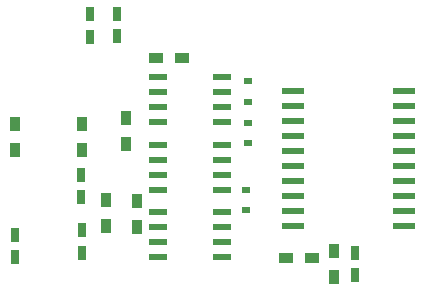
<source format=gbr>
G04 #@! TF.FileFunction,Paste,Bot*
%FSLAX46Y46*%
G04 Gerber Fmt 4.6, Leading zero omitted, Abs format (unit mm)*
G04 Created by KiCad (PCBNEW 4.0.7) date 05/27/18 15:14:11*
%MOMM*%
%LPD*%
G01*
G04 APERTURE LIST*
%ADD10C,0.100000*%
%ADD11R,0.750000X1.200000*%
%ADD12R,0.900000X1.200000*%
%ADD13R,1.200000X0.900000*%
%ADD14R,1.950000X0.600000*%
%ADD15R,0.800000X0.600000*%
%ADD16R,1.550000X0.600000*%
G04 APERTURE END LIST*
D10*
D11*
X61785500Y-92199500D03*
X61785500Y-90299500D03*
X61722000Y-87500500D03*
X61722000Y-85600500D03*
X56134000Y-92580500D03*
X56134000Y-90680500D03*
D12*
X63817500Y-87736500D03*
X63817500Y-89936500D03*
X61785500Y-81323000D03*
X61785500Y-83523000D03*
X56134000Y-81323000D03*
X56134000Y-83523000D03*
X83121500Y-94254500D03*
X83121500Y-92054500D03*
D13*
X81237000Y-92646500D03*
X79037000Y-92646500D03*
D14*
X89028000Y-78549500D03*
X89028000Y-79819500D03*
X89028000Y-81089500D03*
X89028000Y-82359500D03*
X89028000Y-83629500D03*
X89028000Y-84899500D03*
X89028000Y-86169500D03*
X89028000Y-87439500D03*
X89028000Y-88709500D03*
X89028000Y-89979500D03*
X79628000Y-89979500D03*
X79628000Y-88709500D03*
X79628000Y-87439500D03*
X79628000Y-86169500D03*
X79628000Y-84899500D03*
X79628000Y-83629500D03*
X79628000Y-82359500D03*
X79628000Y-81089500D03*
X79628000Y-79819500D03*
X79628000Y-78549500D03*
D11*
X84899500Y-92204500D03*
X84899500Y-94104500D03*
X62484000Y-73911500D03*
X62484000Y-72011500D03*
X64770000Y-73848000D03*
X64770000Y-71948000D03*
D15*
X75628500Y-88607000D03*
X75628500Y-86907000D03*
X75819000Y-77699500D03*
X75819000Y-79399500D03*
X75819000Y-82892000D03*
X75819000Y-81192000D03*
D12*
X65532000Y-83015000D03*
X65532000Y-80815000D03*
X66421000Y-90063500D03*
X66421000Y-87863500D03*
D13*
X70251500Y-75692000D03*
X68051500Y-75692000D03*
D16*
X73629500Y-88773000D03*
X73629500Y-90043000D03*
X73629500Y-91313000D03*
X73629500Y-92583000D03*
X68229500Y-92583000D03*
X68229500Y-91313000D03*
X68229500Y-90043000D03*
X68229500Y-88773000D03*
X73629500Y-77343000D03*
X73629500Y-78613000D03*
X73629500Y-79883000D03*
X73629500Y-81153000D03*
X68229500Y-81153000D03*
X68229500Y-79883000D03*
X68229500Y-78613000D03*
X68229500Y-77343000D03*
X73629500Y-83058000D03*
X73629500Y-84328000D03*
X73629500Y-85598000D03*
X73629500Y-86868000D03*
X68229500Y-86868000D03*
X68229500Y-85598000D03*
X68229500Y-84328000D03*
X68229500Y-83058000D03*
M02*

</source>
